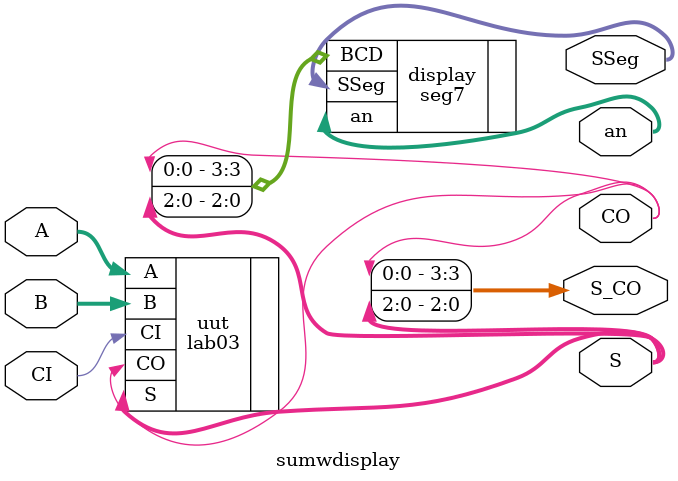
<source format=v>
module sumwdisplay(
  input [2:0] A, B,
  input CI,
  output [3:0] S_CO, // Salida concatenada de S y CO
  output [2:0] S,
  output CO,
  output [3:0] an,
  output reg [0:6] SSeg
);

  wire [1:0] C; // Acarreos internos

  // Concatenamos CO con S para formar S_CO
  assign S_CO = {CO, S};

  // Sumador de 3 bits
  lab03 uut(
    .A(A),
    .B(B),
    .CI(CI),
    .S(S),
    .CO(CO)
  );

  // Conexión al display de 7 segmentos
  seg7 display(
    .BCD(S_CO), // Conectamos la salida del sumador (S) al BCD del display
    .SSeg(SSeg), // Conectamos las salidas del display de 7 segmentos
    .an(an) // Conectamos la salida del display de 7 segmentos a los ánodos
  );

endmodule

</source>
